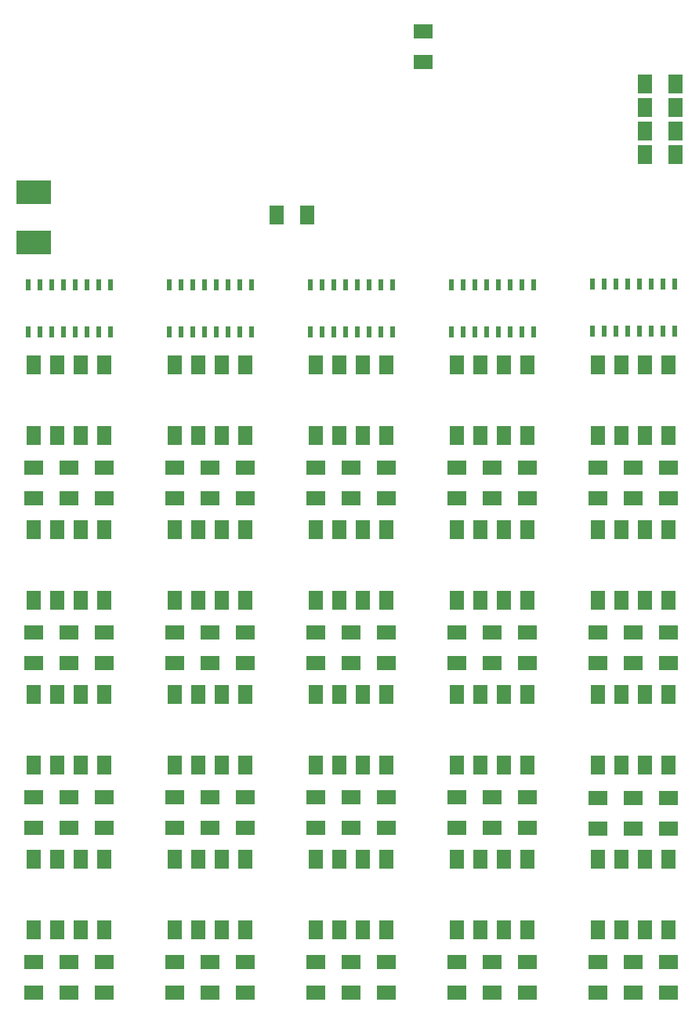
<source format=gbp>
G04 (created by PCBNEW (2013-07-07 BZR 4022)-stable) date 02/05/2014 5:12:53 PM*
%MOIN*%
G04 Gerber Fmt 3.4, Leading zero omitted, Abs format*
%FSLAX34Y34*%
G01*
G70*
G90*
G04 APERTURE LIST*
%ADD10C,0.00590551*%
%ADD11R,0.08X0.06*%
%ADD12R,0.06X0.08*%
%ADD13R,0.1476X0.1004*%
%ADD14R,0.02X0.045*%
G04 APERTURE END LIST*
G54D10*
G54D11*
X10562Y-34837D03*
X10562Y-33537D03*
X36062Y-47537D03*
X36062Y-48837D03*
X34562Y-48837D03*
X34562Y-47537D03*
X33062Y-27837D03*
X33062Y-26537D03*
X27062Y-41837D03*
X27062Y-40537D03*
X30062Y-26537D03*
X30062Y-27837D03*
X30062Y-33537D03*
X30062Y-34837D03*
X27062Y-48837D03*
X27062Y-47537D03*
X24062Y-26537D03*
X24062Y-27837D03*
X24062Y-40537D03*
X24062Y-41837D03*
X24062Y-33537D03*
X24062Y-34837D03*
X22562Y-27837D03*
X22562Y-26537D03*
X36062Y-26537D03*
X36062Y-27837D03*
X36062Y-40587D03*
X36062Y-41887D03*
X36062Y-33537D03*
X36062Y-34837D03*
X34562Y-27837D03*
X34562Y-26537D03*
X28562Y-48837D03*
X28562Y-47537D03*
X33062Y-41887D03*
X33062Y-40587D03*
X33062Y-34837D03*
X33062Y-33537D03*
X30062Y-47537D03*
X30062Y-48837D03*
X33062Y-48837D03*
X33062Y-47537D03*
X12062Y-47537D03*
X12062Y-48837D03*
X10562Y-48837D03*
X10562Y-47537D03*
X12062Y-33537D03*
X12062Y-34837D03*
X9062Y-27837D03*
X9062Y-26537D03*
X9062Y-48837D03*
X9062Y-47537D03*
X9062Y-34837D03*
X9062Y-33537D03*
X10562Y-27837D03*
X10562Y-26537D03*
X12062Y-26537D03*
X12062Y-27837D03*
X15062Y-48837D03*
X15062Y-47537D03*
X18062Y-26537D03*
X18062Y-27837D03*
X16562Y-48837D03*
X16562Y-47537D03*
X18062Y-33537D03*
X18062Y-34837D03*
X15062Y-34837D03*
X15062Y-33537D03*
X15062Y-41837D03*
X15062Y-40537D03*
X15062Y-27837D03*
X15062Y-26537D03*
X9062Y-41837D03*
X9062Y-40537D03*
X21062Y-41837D03*
X21062Y-40537D03*
X21062Y-34837D03*
X21062Y-33537D03*
X21062Y-48837D03*
X21062Y-47537D03*
X27062Y-34837D03*
X27062Y-33537D03*
X30062Y-40537D03*
X30062Y-41837D03*
X28562Y-27837D03*
X28562Y-26537D03*
X27062Y-27837D03*
X27062Y-26537D03*
X22562Y-48837D03*
X22562Y-47537D03*
X24062Y-47537D03*
X24062Y-48837D03*
X21062Y-27837D03*
X21062Y-26537D03*
X18062Y-40537D03*
X18062Y-41837D03*
X18062Y-47537D03*
X18062Y-48837D03*
X16562Y-27837D03*
X16562Y-26537D03*
X12062Y-40537D03*
X12062Y-41837D03*
X22562Y-34837D03*
X22562Y-33537D03*
X22562Y-41837D03*
X22562Y-40537D03*
X28562Y-41837D03*
X28562Y-40537D03*
X28562Y-34837D03*
X28562Y-33537D03*
X34562Y-34837D03*
X34562Y-33537D03*
X34562Y-41887D03*
X34562Y-40587D03*
G54D12*
X35050Y-10250D03*
X36350Y-10250D03*
G54D11*
X10562Y-41837D03*
X10562Y-40537D03*
X16562Y-34837D03*
X16562Y-33537D03*
X16562Y-41837D03*
X16562Y-40537D03*
G54D12*
X24062Y-32187D03*
X23062Y-32187D03*
X22062Y-32187D03*
X21062Y-32187D03*
X21062Y-29187D03*
X22062Y-29187D03*
X23062Y-29187D03*
X24062Y-29187D03*
X36062Y-39187D03*
X35062Y-39187D03*
X34062Y-39187D03*
X33062Y-39187D03*
X33062Y-36187D03*
X34062Y-36187D03*
X35062Y-36187D03*
X36062Y-36187D03*
X12062Y-25187D03*
X11062Y-25187D03*
X10062Y-25187D03*
X9062Y-25187D03*
X9062Y-22187D03*
X10062Y-22187D03*
X11062Y-22187D03*
X12062Y-22187D03*
X24062Y-39187D03*
X23062Y-39187D03*
X22062Y-39187D03*
X21062Y-39187D03*
X21062Y-36187D03*
X22062Y-36187D03*
X23062Y-36187D03*
X24062Y-36187D03*
X12062Y-39187D03*
X11062Y-39187D03*
X10062Y-39187D03*
X9062Y-39187D03*
X9062Y-36187D03*
X10062Y-36187D03*
X11062Y-36187D03*
X12062Y-36187D03*
X30062Y-32187D03*
X29062Y-32187D03*
X28062Y-32187D03*
X27062Y-32187D03*
X27062Y-29187D03*
X28062Y-29187D03*
X29062Y-29187D03*
X30062Y-29187D03*
X30062Y-39187D03*
X29062Y-39187D03*
X28062Y-39187D03*
X27062Y-39187D03*
X27062Y-36187D03*
X28062Y-36187D03*
X29062Y-36187D03*
X30062Y-36187D03*
X36062Y-32187D03*
X35062Y-32187D03*
X34062Y-32187D03*
X33062Y-32187D03*
X33062Y-29187D03*
X34062Y-29187D03*
X35062Y-29187D03*
X36062Y-29187D03*
X36062Y-25187D03*
X35062Y-25187D03*
X34062Y-25187D03*
X33062Y-25187D03*
X33062Y-22187D03*
X34062Y-22187D03*
X35062Y-22187D03*
X36062Y-22187D03*
X12062Y-46187D03*
X11062Y-46187D03*
X10062Y-46187D03*
X9062Y-46187D03*
X9062Y-43187D03*
X10062Y-43187D03*
X11062Y-43187D03*
X12062Y-43187D03*
X30062Y-25187D03*
X29062Y-25187D03*
X28062Y-25187D03*
X27062Y-25187D03*
X27062Y-22187D03*
X28062Y-22187D03*
X29062Y-22187D03*
X30062Y-22187D03*
X36062Y-46187D03*
X35062Y-46187D03*
X34062Y-46187D03*
X33062Y-46187D03*
X33062Y-43187D03*
X34062Y-43187D03*
X35062Y-43187D03*
X36062Y-43187D03*
X18062Y-46187D03*
X17062Y-46187D03*
X16062Y-46187D03*
X15062Y-46187D03*
X15062Y-43187D03*
X16062Y-43187D03*
X17062Y-43187D03*
X18062Y-43187D03*
X24062Y-25187D03*
X23062Y-25187D03*
X22062Y-25187D03*
X21062Y-25187D03*
X21062Y-22187D03*
X22062Y-22187D03*
X23062Y-22187D03*
X24062Y-22187D03*
X18062Y-32187D03*
X17062Y-32187D03*
X16062Y-32187D03*
X15062Y-32187D03*
X15062Y-29187D03*
X16062Y-29187D03*
X17062Y-29187D03*
X18062Y-29187D03*
X24062Y-46187D03*
X23062Y-46187D03*
X22062Y-46187D03*
X21062Y-46187D03*
X21062Y-43187D03*
X22062Y-43187D03*
X23062Y-43187D03*
X24062Y-43187D03*
X12062Y-32187D03*
X11062Y-32187D03*
X10062Y-32187D03*
X9062Y-32187D03*
X9062Y-29187D03*
X10062Y-29187D03*
X11062Y-29187D03*
X12062Y-29187D03*
X18062Y-25187D03*
X17062Y-25187D03*
X16062Y-25187D03*
X15062Y-25187D03*
X15062Y-22187D03*
X16062Y-22187D03*
X17062Y-22187D03*
X18062Y-22187D03*
G54D13*
X9062Y-14849D03*
X9062Y-16975D03*
G54D12*
X30062Y-46187D03*
X29062Y-46187D03*
X28062Y-46187D03*
X27062Y-46187D03*
X27062Y-43187D03*
X28062Y-43187D03*
X29062Y-43187D03*
X30062Y-43187D03*
X18062Y-39187D03*
X17062Y-39187D03*
X16062Y-39187D03*
X15062Y-39187D03*
X15062Y-36187D03*
X16062Y-36187D03*
X17062Y-36187D03*
X18062Y-36187D03*
G54D14*
X18312Y-20787D03*
X17812Y-20787D03*
X17312Y-20787D03*
X16812Y-20787D03*
X16312Y-20787D03*
X15812Y-20787D03*
X15312Y-20787D03*
X14812Y-20787D03*
X14812Y-18787D03*
X15312Y-18787D03*
X15812Y-18787D03*
X16312Y-18787D03*
X16812Y-18787D03*
X17312Y-18787D03*
X17812Y-18787D03*
X18312Y-18787D03*
X24312Y-20787D03*
X23812Y-20787D03*
X23312Y-20787D03*
X22812Y-20787D03*
X22312Y-20787D03*
X21812Y-20787D03*
X21312Y-20787D03*
X20812Y-20787D03*
X20812Y-18787D03*
X21312Y-18787D03*
X21812Y-18787D03*
X22312Y-18787D03*
X22812Y-18787D03*
X23312Y-18787D03*
X23812Y-18787D03*
X24312Y-18787D03*
X30312Y-20787D03*
X29812Y-20787D03*
X29312Y-20787D03*
X28812Y-20787D03*
X28312Y-20787D03*
X27812Y-20787D03*
X27312Y-20787D03*
X26812Y-20787D03*
X26812Y-18787D03*
X27312Y-18787D03*
X27812Y-18787D03*
X28312Y-18787D03*
X28812Y-18787D03*
X29312Y-18787D03*
X29812Y-18787D03*
X30312Y-18787D03*
X36312Y-20737D03*
X35812Y-20737D03*
X35312Y-20737D03*
X34812Y-20737D03*
X34312Y-20737D03*
X33812Y-20737D03*
X33312Y-20737D03*
X32812Y-20737D03*
X32812Y-18737D03*
X33312Y-18737D03*
X33812Y-18737D03*
X34312Y-18737D03*
X34812Y-18737D03*
X35312Y-18737D03*
X35812Y-18737D03*
X36312Y-18737D03*
X12312Y-20787D03*
X11812Y-20787D03*
X11312Y-20787D03*
X10812Y-20787D03*
X10312Y-20787D03*
X9812Y-20787D03*
X9312Y-20787D03*
X8812Y-20787D03*
X8812Y-18787D03*
X9312Y-18787D03*
X9812Y-18787D03*
X10312Y-18787D03*
X10812Y-18787D03*
X11312Y-18787D03*
X11812Y-18787D03*
X12312Y-18787D03*
G54D12*
X35050Y-12250D03*
X36350Y-12250D03*
X35050Y-13250D03*
X36350Y-13250D03*
G54D11*
X25600Y-8000D03*
X25600Y-9300D03*
G54D12*
X20680Y-15790D03*
X19380Y-15790D03*
X35050Y-11250D03*
X36350Y-11250D03*
M02*

</source>
